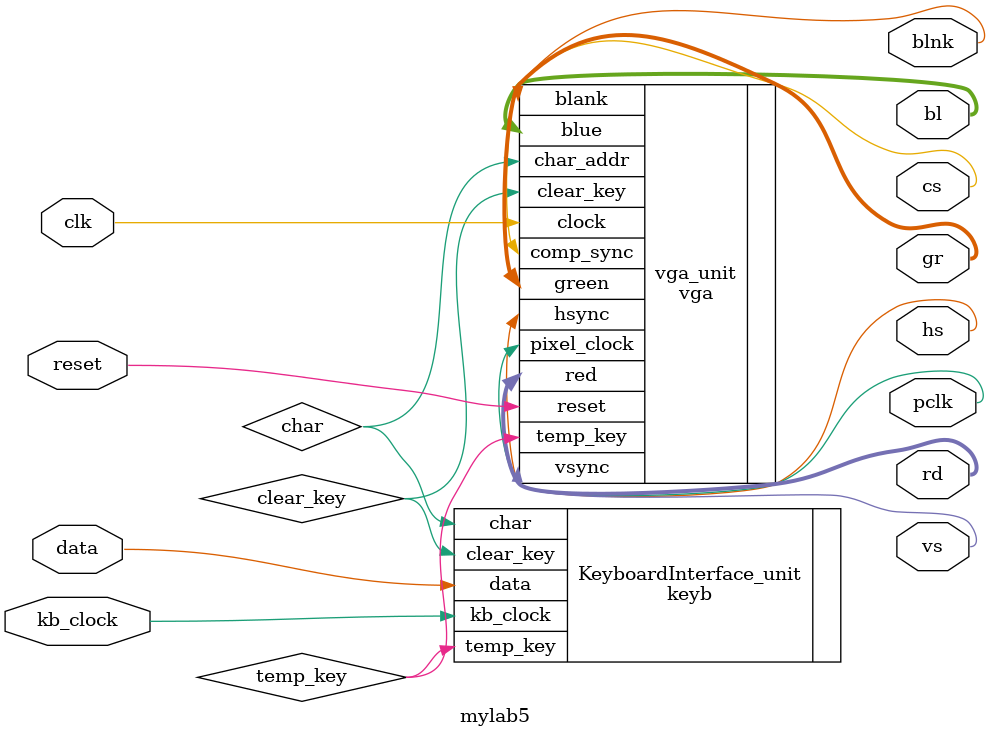
<source format=v>
`timescale 1ns / 1ps
module mylab5(
//-------------keyboard-----------------
input wire kb_clock, // This is the clock signal from Keyboard
input wire data, //This is the clock signal from Keyboard
//-------------VGA-----------------
input clk,reset,
output wire vs,hs,pclk,
output wire cs,blnk, 
output wire [7:0] rd,gr,bl

);

keyb KeyboardInterface_unit // calling the keyboard module
(.kb_clock(kb_clock), .data(data), .char(char), .temp_key(temp_key), .clear_key(clear_key)
);


vga vga_unit // calling the VGA module
(.temp_key(temp_key), .clear_key(clear_key),. char_addr(char),. clock(clk),.reset(reset), . hsync (hs) , . vsync (vs), .pixel_clock(pclk),
.comp_sync(cs), .blank(blnk), .red(rd), .green(gr),.blue(bl));

endmodule
</source>
